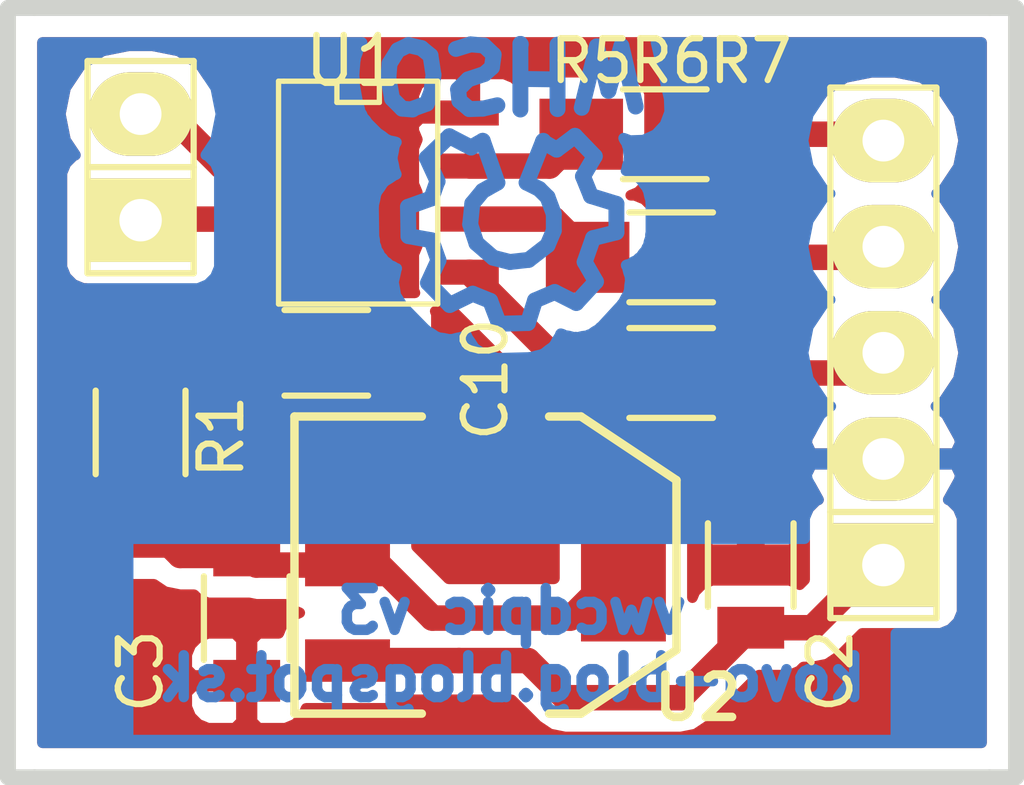
<source format=kicad_pcb>
(kicad_pcb (version 4) (host pcbnew "(2014-jul-16 BZR unknown)-product")

  (general
    (links 21)
    (no_connects 0)
    (area 90.614499 44.259499 115.125501 63.055501)
    (thickness 1.6002)
    (drawings 9)
    (tracks 45)
    (zones 0)
    (modules 12)
    (nets 13)
  )

  (page A4)
  (title_block
    (date "7 feb 2014")
  )

  (layers
    (0 Front signal)
    (31 Back signal)
    (32 B.Adhes user hide)
    (33 F.Adhes user hide)
    (34 B.Paste user hide)
    (35 F.Paste user hide)
    (36 B.SilkS user hide)
    (37 F.SilkS user hide)
    (38 B.Mask user hide)
    (39 F.Mask user hide)
    (40 Dwgs.User user)
    (41 Cmts.User user hide)
    (42 Eco1.User user hide)
    (43 Eco2.User user hide)
    (44 Edge.Cuts user)
  )

  (setup
    (last_trace_width 0.6096)
    (trace_clearance 0.254)
    (zone_clearance 0.508)
    (zone_45_only no)
    (trace_min 0.2032)
    (segment_width 0.381)
    (edge_width 0.381)
    (via_size 0.889)
    (via_drill 0.635)
    (via_min_size 0.889)
    (via_min_drill 0.508)
    (uvia_size 0.508)
    (uvia_drill 0.127)
    (uvias_allowed no)
    (uvia_min_size 0.508)
    (uvia_min_drill 0.127)
    (pcb_text_width 0.3048)
    (pcb_text_size 1.524 2.032)
    (mod_edge_width 0.381)
    (mod_text_size 1.524 1.524)
    (mod_text_width 0.3048)
    (pad_size 2 2.5)
    (pad_drill 1.016)
    (pad_to_mask_clearance 0.254)
    (aux_axis_origin 0 0)
    (visible_elements FFFFFF7F)
    (pcbplotparams
      (layerselection 0x00008_00000000)
      (usegerberextensions false)
      (excludeedgelayer false)
      (linewidth 0.150000)
      (plotframeref false)
      (viasonmask false)
      (mode 1)
      (useauxorigin false)
      (hpglpennumber 1)
      (hpglpenspeed 20)
      (hpglpendiameter 15)
      (hpglpenoverlay 0)
      (psnegative true)
      (psa4output false)
      (plotreference true)
      (plotvalue true)
      (plotinvisibletext false)
      (padsonsilk false)
      (subtractmaskfromsilk false)
      (outputformat 5)
      (mirror false)
      (drillshape 2)
      (scaleselection 1)
      (outputdirectory /home/nail/tmp/plot/))
  )

  (net 0 "")
  (net 1 +5V)
  (net 2 DataIn)
  (net 3 GND)
  (net 4 POWER_CTL)
  (net 5 "Net-(R5-Pad1)")
  (net 6 "Net-(R6-Pad1)")
  (net 7 "Net-(R7-Pad1)")
  (net 8 CLK)
  (net 9 DataOut)
  (net 10 "Net-(R1-Pad1)")
  (net 11 "Net-(P2-Pad1)")
  (net 12 "Net-(P2-Pad2)")

  (net_class Default "This is the default net class."
    (clearance 0.254)
    (trace_width 0.6096)
    (via_dia 0.889)
    (via_drill 0.635)
    (uvia_dia 0.508)
    (uvia_drill 0.127)
    (add_net +5V)
    (add_net CLK)
    (add_net DataIn)
    (add_net DataOut)
    (add_net GND)
    (add_net "Net-(P2-Pad1)")
    (add_net "Net-(P2-Pad2)")
    (add_net "Net-(R1-Pad1)")
    (add_net "Net-(R5-Pad1)")
    (add_net "Net-(R6-Pad1)")
    (add_net "Net-(R7-Pad1)")
    (add_net POWER_CTL)
  )

  (net_class GND ""
    (clearance 0.254)
    (trace_width 1.39192)
    (via_dia 0.889)
    (via_drill 0.635)
    (uvia_dia 0.508)
    (uvia_drill 0.127)
  )

  (module Symbols:Symbol_OSHW-Logo_CopperTop (layer Back) (tedit 542D5CCE) (tstamp 542D6FDF)
    (at 102.87 49.53)
    (descr "Symbol, OSHW-Logo, Copper Top,")
    (tags "Symbol, OSHW-Logo, Copper Top,")
    (fp_text reference SYM (at 0.09906 -4.38912) (layer B.SilkS) hide
      (effects (font (thickness 0.3048)) (justify mirror))
    )
    (fp_text value Symbol_OSHW-Logo_CopperTop_07Jul2012 (at 0.30988 6.56082) (layer B.SilkS) hide
      (effects (font (thickness 0.3048)) (justify mirror))
    )
    (fp_line (start 1.66878 -2.68986) (end 2.02946 -4.16052) (layer Back) (width 0.381))
    (fp_line (start 2.02946 -4.16052) (end 2.30886 -3.0988) (layer Back) (width 0.381))
    (fp_line (start 2.30886 -3.0988) (end 2.61874 -4.17068) (layer Back) (width 0.381))
    (fp_line (start 2.61874 -4.17068) (end 2.9591 -2.72034) (layer Back) (width 0.381))
    (fp_line (start 0.24892 -3.38074) (end 1.03886 -3.37058) (layer Back) (width 0.381))
    (fp_line (start 1.03886 -3.37058) (end 1.04902 -3.38074) (layer Back) (width 0.381))
    (fp_line (start 1.04902 -3.38074) (end 1.04902 -3.37058) (layer Back) (width 0.381))
    (fp_line (start 1.08966 -2.65938) (end 1.08966 -4.20116) (layer Back) (width 0.381))
    (fp_line (start 0.20066 -2.64922) (end 0.20066 -4.21894) (layer Back) (width 0.381))
    (fp_line (start 0.20066 -4.21894) (end 0.21082 -4.20878) (layer Back) (width 0.381))
    (fp_line (start -0.35052 -2.75082) (end -0.70104 -2.66954) (layer Back) (width 0.381))
    (fp_line (start -0.70104 -2.66954) (end -1.02108 -2.65938) (layer Back) (width 0.381))
    (fp_line (start -1.02108 -2.65938) (end -1.25984 -2.86004) (layer Back) (width 0.381))
    (fp_line (start -1.25984 -2.86004) (end -1.29032 -3.12928) (layer Back) (width 0.381))
    (fp_line (start -1.29032 -3.12928) (end -1.04902 -3.37058) (layer Back) (width 0.381))
    (fp_line (start -1.04902 -3.37058) (end -0.6604 -3.50012) (layer Back) (width 0.381))
    (fp_line (start -0.6604 -3.50012) (end -0.48006 -3.66014) (layer Back) (width 0.381))
    (fp_line (start -0.48006 -3.66014) (end -0.43942 -3.95986) (layer Back) (width 0.381))
    (fp_line (start -0.43942 -3.95986) (end -0.67056 -4.18084) (layer Back) (width 0.381))
    (fp_line (start -0.67056 -4.18084) (end -0.9906 -4.20878) (layer Back) (width 0.381))
    (fp_line (start -0.9906 -4.20878) (end -1.34112 -4.09956) (layer Back) (width 0.381))
    (fp_line (start -2.37998 -2.64922) (end -2.6289 -2.66954) (layer Back) (width 0.381))
    (fp_line (start -2.6289 -2.66954) (end -2.8702 -2.91084) (layer Back) (width 0.381))
    (fp_line (start -2.8702 -2.91084) (end -2.9591 -3.40106) (layer Back) (width 0.381))
    (fp_line (start -2.9591 -3.40106) (end -2.93116 -3.74904) (layer Back) (width 0.381))
    (fp_line (start -2.93116 -3.74904) (end -2.7305 -4.06908) (layer Back) (width 0.381))
    (fp_line (start -2.7305 -4.06908) (end -2.47904 -4.191) (layer Back) (width 0.381))
    (fp_line (start -2.47904 -4.191) (end -2.16916 -4.11988) (layer Back) (width 0.381))
    (fp_line (start -2.16916 -4.11988) (end -1.95072 -3.93954) (layer Back) (width 0.381))
    (fp_line (start -1.95072 -3.93954) (end -1.8796 -3.4798) (layer Back) (width 0.381))
    (fp_line (start -1.8796 -3.4798) (end -1.9304 -3.07086) (layer Back) (width 0.381))
    (fp_line (start -1.9304 -3.07086) (end -2.03962 -2.78892) (layer Back) (width 0.381))
    (fp_line (start -2.03962 -2.78892) (end -2.4003 -2.65938) (layer Back) (width 0.381))
    (fp_line (start -1.78054 -0.92964) (end -2.03962 -1.49098) (layer Back) (width 0.381))
    (fp_line (start -2.03962 -1.49098) (end -1.50114 -2.00914) (layer Back) (width 0.381))
    (fp_line (start -1.50114 -2.00914) (end -0.98044 -1.7399) (layer Back) (width 0.381))
    (fp_line (start -0.98044 -1.7399) (end -0.70104 -1.89992) (layer Back) (width 0.381))
    (fp_line (start 0.73914 -1.8796) (end 1.06934 -1.6891) (layer Back) (width 0.381))
    (fp_line (start 1.06934 -1.6891) (end 1.50876 -2.0193) (layer Back) (width 0.381))
    (fp_line (start 1.50876 -2.0193) (end 1.9812 -1.52908) (layer Back) (width 0.381))
    (fp_line (start 1.9812 -1.52908) (end 1.69926 -1.04902) (layer Back) (width 0.381))
    (fp_line (start 1.69926 -1.04902) (end 1.88976 -0.57912) (layer Back) (width 0.381))
    (fp_line (start 1.88976 -0.57912) (end 2.49936 -0.39116) (layer Back) (width 0.381))
    (fp_line (start 2.49936 -0.39116) (end 2.49936 0.28956) (layer Back) (width 0.381))
    (fp_line (start 2.49936 0.28956) (end 1.94056 0.42926) (layer Back) (width 0.381))
    (fp_line (start 1.94056 0.42926) (end 1.7399 1.00076) (layer Back) (width 0.381))
    (fp_line (start 1.7399 1.00076) (end 2.00914 1.47066) (layer Back) (width 0.381))
    (fp_line (start 2.00914 1.47066) (end 1.53924 1.9812) (layer Back) (width 0.381))
    (fp_line (start 1.53924 1.9812) (end 1.02108 1.71958) (layer Back) (width 0.381))
    (fp_line (start 1.02108 1.71958) (end 0.55118 1.92024) (layer Back) (width 0.381))
    (fp_line (start 0.55118 1.92024) (end 0.381 2.46126) (layer Back) (width 0.381))
    (fp_line (start 0.381 2.46126) (end -0.30988 2.47904) (layer Back) (width 0.381))
    (fp_line (start -0.30988 2.47904) (end -0.5207 1.9304) (layer Back) (width 0.381))
    (fp_line (start -0.5207 1.9304) (end -0.9398 1.76022) (layer Back) (width 0.381))
    (fp_line (start -0.9398 1.76022) (end -1.49098 2.02946) (layer Back) (width 0.381))
    (fp_line (start -1.49098 2.02946) (end -2.00914 1.50114) (layer Back) (width 0.381))
    (fp_line (start -2.00914 1.50114) (end -1.76022 0.96012) (layer Back) (width 0.381))
    (fp_line (start -1.76022 0.96012) (end -1.9304 0.48006) (layer Back) (width 0.381))
    (fp_line (start -1.9304 0.48006) (end -2.47904 0.381) (layer Back) (width 0.381))
    (fp_line (start -2.47904 0.381) (end -2.4892 -0.32004) (layer Back) (width 0.381))
    (fp_line (start -2.4892 -0.32004) (end -1.9304 -0.5207) (layer Back) (width 0.381))
    (fp_line (start -1.9304 -0.5207) (end -1.7907 -0.91948) (layer Back) (width 0.381))
    (fp_line (start 0.35052 -0.89916) (end 0.65024 -0.7493) (layer Back) (width 0.381))
    (fp_line (start 0.65024 -0.7493) (end 0.8509 -0.55118) (layer Back) (width 0.381))
    (fp_line (start 0.8509 -0.55118) (end 1.00076 -0.14986) (layer Back) (width 0.381))
    (fp_line (start 1.00076 -0.14986) (end 1.00076 0.24892) (layer Back) (width 0.381))
    (fp_line (start 1.00076 0.24892) (end 0.8509 0.59944) (layer Back) (width 0.381))
    (fp_line (start 0.8509 0.59944) (end 0.39878 0.94996) (layer Back) (width 0.381))
    (fp_line (start 0.39878 0.94996) (end -0.0508 1.00076) (layer Back) (width 0.381))
    (fp_line (start -0.0508 1.00076) (end -0.44958 0.89916) (layer Back) (width 0.381))
    (fp_line (start -0.44958 0.89916) (end -0.8509 0.55118) (layer Back) (width 0.381))
    (fp_line (start -0.8509 0.55118) (end -1.00076 0.09906) (layer Back) (width 0.381))
    (fp_line (start -1.00076 0.09906) (end -0.94996 -0.39878) (layer Back) (width 0.381))
    (fp_line (start -0.94996 -0.39878) (end -0.70104 -0.70104) (layer Back) (width 0.381))
    (fp_line (start -0.70104 -0.70104) (end -0.35052 -0.89916) (layer Back) (width 0.381))
    (fp_line (start -0.35052 -0.89916) (end -0.70104 -1.89992) (layer Back) (width 0.381))
    (fp_line (start 0.35052 -0.89916) (end 0.7493 -1.89992) (layer Back) (width 0.381))
  )

  (module Pin_Headers:Pin_Header_Straight_1x02 (layer Front) (tedit 542D5FAE) (tstamp 542D6FD4)
    (at 93.98 48.26 90)
    (descr "Through hole pin header")
    (tags "pin header")
    (path /542D83A2)
    (fp_text reference P2 (at 0 -2.286 90) (layer F.SilkS) hide
      (effects (font (size 1.27 1.27) (thickness 0.2032)))
    )
    (fp_text value CONN_01X02 (at 0 0 90) (layer F.SilkS) hide
      (effects (font (size 1.27 1.27) (thickness 0.2032)))
    )
    (fp_line (start 0 -1.27) (end 0 1.27) (layer F.SilkS) (width 0.15))
    (fp_line (start -2.54 -1.27) (end -2.54 1.27) (layer F.SilkS) (width 0.15))
    (fp_line (start -2.54 1.27) (end 0 1.27) (layer F.SilkS) (width 0.15))
    (fp_line (start 0 1.27) (end 2.54 1.27) (layer F.SilkS) (width 0.15))
    (fp_line (start 2.54 1.27) (end 2.54 -1.27) (layer F.SilkS) (width 0.15))
    (fp_line (start 2.54 -1.27) (end -2.54 -1.27) (layer F.SilkS) (width 0.15))
    (pad 1 thru_hole rect (at -1.27 0 90) (size 2 2.5) (drill 1.016) (layers *.Cu *.Mask F.SilkS)
      (net 11 "Net-(P2-Pad1)"))
    (pad 2 thru_hole oval (at 1.27 0 90) (size 2 2.5) (drill 1) (layers *.Cu *.Mask F.SilkS)
      (net 12 "Net-(P2-Pad2)"))
    (model Pin_Headers/Pin_Header_Straight_1x02.wrl
      (at (xyz 0 0 0))
      (scale (xyz 1 1 1))
      (rotate (xyz 0 0 0))
    )
  )

  (module Pin_Headers:Pin_Header_Straight_1x05 (layer Front) (tedit 542D5FA3) (tstamp 542D6FC5)
    (at 111.76 52.705 90)
    (descr "Through hole pin header")
    (tags "pin header")
    (path /542D55A4)
    (fp_text reference P1 (at 0 -2.286 90) (layer F.SilkS) hide
      (effects (font (size 1.27 1.27) (thickness 0.2032)))
    )
    (fp_text value CONN_01X05 (at 0 0 90) (layer F.SilkS) hide
      (effects (font (size 1.27 1.27) (thickness 0.2032)))
    )
    (fp_line (start -3.81 -1.27) (end 6.35 -1.27) (layer F.SilkS) (width 0.15))
    (fp_line (start 6.35 -1.27) (end 6.35 1.27) (layer F.SilkS) (width 0.15))
    (fp_line (start 6.35 1.27) (end -3.81 1.27) (layer F.SilkS) (width 0.15))
    (fp_line (start -6.35 -1.27) (end -3.81 -1.27) (layer F.SilkS) (width 0.15))
    (fp_line (start -3.81 -1.27) (end -3.81 1.27) (layer F.SilkS) (width 0.15))
    (fp_line (start -6.35 -1.27) (end -6.35 1.27) (layer F.SilkS) (width 0.15))
    (fp_line (start -6.35 1.27) (end -3.81 1.27) (layer F.SilkS) (width 0.15))
    (pad 1 thru_hole rect (at -5.08 0 90) (size 2 2.5) (drill 1.016) (layers *.Cu *.Mask F.SilkS)
      (net 4 POWER_CTL))
    (pad 2 thru_hole oval (at -2.54 0 90) (size 2 2.5) (drill 1) (layers *.Cu *.Mask F.SilkS)
      (net 3 GND))
    (pad 3 thru_hole oval (at 0 0 90) (size 2 2.5) (drill 1) (layers *.Cu *.Mask F.SilkS)
      (net 9 DataOut))
    (pad 4 thru_hole oval (at 2.54 0 90) (size 2 2.5) (drill 1) (layers *.Cu *.Mask F.SilkS)
      (net 2 DataIn))
    (pad 5 thru_hole oval (at 5.08 0 90) (size 2 2.5) (drill 1) (layers *.Cu *.Mask F.SilkS)
      (net 8 CLK))
    (model Pin_Headers/Pin_Header_Straight_1x05.wrl
      (at (xyz 0 0 0))
      (scale (xyz 1 1 1))
      (rotate (xyz 0 0 0))
    )
  )

  (module my_modules:SOT-223-REGULATOR (layer Front) (tedit 542D5B82) (tstamp 542D6FB6)
    (at 102.235 57.785 270)
    (descr "module CMS SOT223 4 pins")
    (tags "CMS SOT")
    (path /52D02F38)
    (attr smd)
    (fp_text reference U2 (at 3.175 -5.08 360) (layer F.SilkS)
      (effects (font (size 1.016 1.016) (thickness 0.2032)))
    )
    (fp_text value 78L05 (at 0 0.762 270) (layer F.SilkS) hide
      (effects (font (size 1.016 1.016) (thickness 0.2032)))
    )
    (fp_line (start -3.556 1.524) (end -3.556 4.572) (layer F.SilkS) (width 0.2032))
    (fp_line (start -3.556 4.572) (end 3.556 4.572) (layer F.SilkS) (width 0.2032))
    (fp_line (start 3.556 4.572) (end 3.556 1.524) (layer F.SilkS) (width 0.2032))
    (fp_line (start -3.556 -1.524) (end -3.556 -2.286) (layer F.SilkS) (width 0.2032))
    (fp_line (start -3.556 -2.286) (end -2.032 -4.572) (layer F.SilkS) (width 0.2032))
    (fp_line (start -2.032 -4.572) (end 2.032 -4.572) (layer F.SilkS) (width 0.2032))
    (fp_line (start 2.032 -4.572) (end 3.556 -2.286) (layer F.SilkS) (width 0.2032))
    (fp_line (start 3.556 -2.286) (end 3.556 -1.524) (layer F.SilkS) (width 0.2032))
    (pad VO smd rect (at 0 -3.302 270) (size 3.6576 2.032) (layers Front F.Paste F.Mask)
      (net 1 +5V))
    (pad VO smd rect (at 0 3.302 270) (size 1.016 2.032) (layers Front F.Paste F.Mask)
      (net 1 +5V))
    (pad VI smd rect (at 2.286 3.302 270) (size 1.016 2.032) (layers Front F.Paste F.Mask)
      (net 4 POWER_CTL))
    (pad GND smd rect (at -2.286 3.302 270) (size 1.016 2.032) (layers Front F.Paste F.Mask)
      (net 3 GND))
    (model smd/SOT223.wrl
      (at (xyz 0 0 0))
      (scale (xyz 0.4 0.4 0.4))
      (rotate (xyz 0 0 0))
    )
  )

  (module SMD_Packages:SOIC-8-W (layer Front) (tedit 542D5BA2) (tstamp 542D6FA3)
    (at 99.187 48.8696 270)
    (descr "module SMD SOIC SOJ 8 pins etroit")
    (tags "CMS SOJ")
    (path /52D02953)
    (attr smd)
    (fp_text reference U1 (at -3.1496 0.127 360) (layer F.SilkS)
      (effects (font (size 1.143 1.143) (thickness 0.1524)))
    )
    (fp_text value PIC12F629 (at 0 1.016 270) (layer F.SilkS) hide
      (effects (font (size 0.889 0.889) (thickness 0.1524)))
    )
    (fp_line (start -2.667 1.778) (end -2.667 1.905) (layer F.SilkS) (width 0.127))
    (fp_line (start -2.667 1.905) (end 2.667 1.905) (layer F.SilkS) (width 0.127))
    (fp_line (start 2.667 -1.905) (end -2.667 -1.905) (layer F.SilkS) (width 0.127))
    (fp_line (start -2.667 -1.905) (end -2.667 1.778) (layer F.SilkS) (width 0.127))
    (fp_line (start -2.667 -0.508) (end -2.159 -0.508) (layer F.SilkS) (width 0.127))
    (fp_line (start -2.159 -0.508) (end -2.159 0.508) (layer F.SilkS) (width 0.127))
    (fp_line (start -2.159 0.508) (end -2.667 0.508) (layer F.SilkS) (width 0.127))
    (fp_line (start 2.667 -1.905) (end 2.667 1.905) (layer F.SilkS) (width 0.127))
    (pad 8 smd rect (at -1.905 -2.667 270) (size 0.59944 1.39954) (layers Front F.Paste F.Mask)
      (net 3 GND))
    (pad 1 smd rect (at -1.905 2.667 270) (size 0.59944 1.39954) (layers Front F.Paste F.Mask)
      (net 1 +5V))
    (pad 7 smd rect (at -0.635 -2.667 270) (size 0.59944 1.39954) (layers Front F.Paste F.Mask)
      (net 5 "Net-(R5-Pad1)"))
    (pad 6 smd rect (at 0.635 -2.667 270) (size 0.59944 1.39954) (layers Front F.Paste F.Mask)
      (net 6 "Net-(R6-Pad1)"))
    (pad 5 smd rect (at 1.905 -2.667 270) (size 0.59944 1.39954) (layers Front F.Paste F.Mask)
      (net 7 "Net-(R7-Pad1)"))
    (pad 2 smd rect (at -0.635 2.667 270) (size 0.59944 1.39954) (layers Front F.Paste F.Mask)
      (net 12 "Net-(P2-Pad2)"))
    (pad 3 smd rect (at 0.635 2.667 270) (size 0.59944 1.39954) (layers Front F.Paste F.Mask)
      (net 11 "Net-(P2-Pad1)"))
    (pad 4 smd rect (at 1.905 2.667 270) (size 0.59944 1.39954) (layers Front F.Paste F.Mask)
      (net 10 "Net-(R1-Pad1)"))
    (model smd/cms_so8.wrl
      (at (xyz 0 0 0))
      (scale (xyz 0.5 0.32 0.5))
      (rotate (xyz 0 0 0))
    )
  )

  (module Resistors_SMD:R_1206_HandSoldering (layer Front) (tedit 542D5B9C) (tstamp 542D6F9C)
    (at 106.68 53.1876)
    (descr "Resistor SMD 1206, hand soldering, Vishay (see dcrcw.pdf)")
    (tags "resistor 1206")
    (path /52D02B05)
    (attr smd)
    (fp_text reference R7 (at 1.905 -7.4676) (layer F.SilkS)
      (effects (font (size 1 1) (thickness 0.15)))
    )
    (fp_text value 3k3 (at 0 2.3) (layer F.SilkS) hide
      (effects (font (size 1 1) (thickness 0.15)))
    )
    (fp_line (start 1 1.075) (end -1 1.075) (layer F.SilkS) (width 0.15))
    (fp_line (start -1 -1.075) (end 1 -1.075) (layer F.SilkS) (width 0.15))
    (pad 1 smd rect (at -2 0) (size 2 1.7) (layers Front F.Paste F.Mask)
      (net 7 "Net-(R7-Pad1)"))
    (pad 2 smd rect (at 2 0) (size 2 1.7) (layers Front F.Paste F.Mask)
      (net 9 DataOut))
    (model Resistors_SMD/R_1206.wrl
      (at (xyz 0 0 0))
      (scale (xyz 1 1 1))
      (rotate (xyz 0 0 0))
    )
  )

  (module Resistors_SMD:R_1206_HandSoldering (layer Front) (tedit 542D5B9A) (tstamp 542D6F95)
    (at 106.68 50.419)
    (descr "Resistor SMD 1206, hand soldering, Vishay (see dcrcw.pdf)")
    (tags "resistor 1206")
    (path /52D02ABB)
    (attr smd)
    (fp_text reference R6 (at 0 -4.699) (layer F.SilkS)
      (effects (font (size 1 1) (thickness 0.15)))
    )
    (fp_text value 3k3 (at 0 2.3) (layer F.SilkS) hide
      (effects (font (size 1 1) (thickness 0.15)))
    )
    (fp_line (start 1 1.075) (end -1 1.075) (layer F.SilkS) (width 0.15))
    (fp_line (start -1 -1.075) (end 1 -1.075) (layer F.SilkS) (width 0.15))
    (pad 1 smd rect (at -2 0) (size 2 1.7) (layers Front F.Paste F.Mask)
      (net 6 "Net-(R6-Pad1)"))
    (pad 2 smd rect (at 2 0) (size 2 1.7) (layers Front F.Paste F.Mask)
      (net 2 DataIn))
    (model Resistors_SMD/R_1206.wrl
      (at (xyz 0 0 0))
      (scale (xyz 1 1 1))
      (rotate (xyz 0 0 0))
    )
  )

  (module Resistors_SMD:R_1206_HandSoldering (layer Front) (tedit 542D5B98) (tstamp 542D6F8E)
    (at 106.5276 47.4726)
    (descr "Resistor SMD 1206, hand soldering, Vishay (see dcrcw.pdf)")
    (tags "resistor 1206")
    (path /52D02AC2)
    (attr smd)
    (fp_text reference R5 (at -1.7526 -1.7526) (layer F.SilkS)
      (effects (font (size 1 1) (thickness 0.15)))
    )
    (fp_text value 3k3 (at 0 2.3) (layer F.SilkS) hide
      (effects (font (size 1 1) (thickness 0.15)))
    )
    (fp_line (start 1 1.075) (end -1 1.075) (layer F.SilkS) (width 0.15))
    (fp_line (start -1 -1.075) (end 1 -1.075) (layer F.SilkS) (width 0.15))
    (pad 1 smd rect (at -2 0) (size 2 1.7) (layers Front F.Paste F.Mask)
      (net 5 "Net-(R5-Pad1)"))
    (pad 2 smd rect (at 2 0) (size 2 1.7) (layers Front F.Paste F.Mask)
      (net 8 CLK))
    (model Resistors_SMD/R_1206.wrl
      (at (xyz 0 0 0))
      (scale (xyz 1 1 1))
      (rotate (xyz 0 0 0))
    )
  )

  (module Resistors_SMD:R_1206_HandSoldering (layer Front) (tedit 542D5266) (tstamp 542D6F87)
    (at 93.98 54.61 270)
    (descr "Resistor SMD 1206, hand soldering, Vishay (see dcrcw.pdf)")
    (tags "resistor 1206")
    (path /52D03054)
    (attr smd)
    (fp_text reference R1 (at 0.1016 -1.9304 270) (layer F.SilkS)
      (effects (font (size 1 1) (thickness 0.15)))
    )
    (fp_text value 10k (at 0 2.3 270) (layer F.SilkS) hide
      (effects (font (size 1 1) (thickness 0.15)))
    )
    (fp_line (start 1 1.075) (end -1 1.075) (layer F.SilkS) (width 0.15))
    (fp_line (start -1 -1.075) (end 1 -1.075) (layer F.SilkS) (width 0.15))
    (pad 1 smd rect (at -2 0 270) (size 2 1.7) (layers Front F.Paste F.Mask)
      (net 10 "Net-(R1-Pad1)"))
    (pad 2 smd rect (at 2 0 270) (size 2 1.7) (layers Front F.Paste F.Mask)
      (net 1 +5V))
    (model Resistors_SMD/R_1206.wrl
      (at (xyz 0 0 0))
      (scale (xyz 1 1 1))
      (rotate (xyz 0 0 0))
    )
  )

  (module Capacitors_SMD:C_1206 (layer Front) (tedit 542D5B61) (tstamp 542D6F80)
    (at 98.425 52.705)
    (descr "Capacitor SMD 1206, reflow soldering, AVX (see smccp.pdf)")
    (tags "capacitor 1206")
    (path /52E79ABE)
    (attr smd)
    (fp_text reference C10 (at 3.81 0.635 90) (layer F.SilkS)
      (effects (font (size 1 1) (thickness 0.15)))
    )
    (fp_text value 100n (at 0 2.3) (layer F.SilkS) hide
      (effects (font (size 1 1) (thickness 0.15)))
    )
    (fp_line (start 1 -1.025) (end -1 -1.025) (layer F.SilkS) (width 0.15))
    (fp_line (start -1 1.025) (end 1 1.025) (layer F.SilkS) (width 0.15))
    (pad 1 smd rect (at -1.5 0) (size 1 1.6) (layers Front F.Paste F.Mask)
      (net 1 +5V))
    (pad 2 smd rect (at 1.5 0) (size 1 1.6) (layers Front F.Paste F.Mask)
      (net 3 GND))
    (model Capacitors_SMD/C_1206N.wrl
      (at (xyz 0 0 0))
      (scale (xyz 1 1 1))
      (rotate (xyz 0 0 0))
    )
  )

  (module Capacitors_SMD:C_1206 (layer Front) (tedit 542D5BAC) (tstamp 542D6F79)
    (at 96.52 59.055 270)
    (descr "Capacitor SMD 1206, reflow soldering, AVX (see smccp.pdf)")
    (tags "capacitor 1206")
    (path /52D02F45)
    (attr smd)
    (fp_text reference C3 (at 1.27 2.54 270) (layer F.SilkS)
      (effects (font (size 1 1) (thickness 0.15)))
    )
    (fp_text value 100n (at 0 2.3 270) (layer F.SilkS) hide
      (effects (font (size 1 1) (thickness 0.15)))
    )
    (fp_line (start 1 -1.025) (end -1 -1.025) (layer F.SilkS) (width 0.15))
    (fp_line (start -1 1.025) (end 1 1.025) (layer F.SilkS) (width 0.15))
    (pad 1 smd rect (at -1.5 0 270) (size 1 1.6) (layers Front F.Paste F.Mask)
      (net 1 +5V))
    (pad 2 smd rect (at 1.5 0 270) (size 1 1.6) (layers Front F.Paste F.Mask)
      (net 3 GND))
    (model Capacitors_SMD/C_1206N.wrl
      (at (xyz 0 0 0))
      (scale (xyz 1 1 1))
      (rotate (xyz 0 0 0))
    )
  )

  (module Capacitors_SMD:C_1206 (layer Front) (tedit 542D5B4C) (tstamp 542D6F72)
    (at 108.585 57.785 90)
    (descr "Capacitor SMD 1206, reflow soldering, AVX (see smccp.pdf)")
    (tags "capacitor 1206")
    (path /52D02F40)
    (attr smd)
    (fp_text reference C2 (at -2.54 1.905 90) (layer F.SilkS)
      (effects (font (size 1 1) (thickness 0.15)))
    )
    (fp_text value 100n (at 0 2.3 90) (layer F.SilkS) hide
      (effects (font (size 1 1) (thickness 0.15)))
    )
    (fp_line (start 1 -1.025) (end -1 -1.025) (layer F.SilkS) (width 0.15))
    (fp_line (start -1 1.025) (end 1 1.025) (layer F.SilkS) (width 0.15))
    (pad 1 smd rect (at -1.5 0 90) (size 1 1.6) (layers Front F.Paste F.Mask)
      (net 4 POWER_CTL))
    (pad 2 smd rect (at 1.5 0 90) (size 1 1.6) (layers Front F.Paste F.Mask)
      (net 3 GND))
    (model Capacitors_SMD/C_1206N.wrl
      (at (xyz 0 0 0))
      (scale (xyz 1 1 1))
      (rotate (xyz 0 0 0))
    )
  )

  (gr_line (start 114.3 44.45) (end 91.44 44.45) (angle 90) (layer Edge.Cuts) (width 0.381) (tstamp 542D7106))
  (gr_line (start 91.44 62.865) (end 114.3 62.865) (angle 90) (layer Edge.Cuts) (width 0.381) (tstamp 542D7105))
  (gr_text "vwcdpic v3\nkovo-blog.blogspot.sk" (at 102.87 59.69) (layer Back) (tstamp 542D7104)
    (effects (font (size 1 1) (thickness 0.25)) (justify mirror))
  )
  (gr_line (start 90.805 44.45) (end 91.44 44.45) (angle 90) (layer Edge.Cuts) (width 0.381) (tstamp 542D7103))
  (gr_line (start 90.805 44.45) (end 90.805 62.865) (angle 90) (layer Edge.Cuts) (width 0.381) (tstamp 542D7102))
  (gr_line (start 90.805 62.865) (end 91.44 62.865) (angle 90) (layer Edge.Cuts) (width 0.381) (tstamp 542D7101))
  (gr_line (start 114.3 62.865) (end 114.935 62.865) (angle 90) (layer Edge.Cuts) (width 0.381) (tstamp 542D7100))
  (gr_line (start 114.935 62.865) (end 114.935 44.45) (angle 90) (layer Edge.Cuts) (width 0.381) (tstamp 542D70FF))
  (gr_line (start 114.935 44.45) (end 114.3 44.45) (angle 90) (layer Edge.Cuts) (width 0.381) (tstamp 542D70FE))

  (segment (start 99.695 57.785) (end 100.965 59.055) (width 0.6096) (layer Front) (net 1) (tstamp 542D705C))
  (segment (start 100.965 59.055) (end 104.267 59.055) (width 0.6096) (layer Front) (net 1) (tstamp 542D705D))
  (segment (start 104.267 59.055) (end 105.537 57.785) (width 0.6096) (layer Front) (net 1) (tstamp 542D705E))
  (segment (start 96.52 57.555) (end 96.52 53.11) (width 0.6096) (layer Front) (net 1) (tstamp 542D705F))
  (segment (start 96.52 53.11) (end 96.925 52.705) (width 0.6096) (layer Front) (net 1) (tstamp 542D7060))
  (segment (start 96.925 52.705) (end 97.79 52.705) (width 0.6096) (layer Front) (net 1) (tstamp 542D7061))
  (segment (start 97.7646 46.9646) (end 96.52 46.9646) (width 0.6096) (layer Front) (net 1) (tstamp 542D7062))
  (segment (start 98.425 47.625) (end 97.7646 46.9646) (width 0.6096) (layer Front) (net 1) (tstamp 542D7063))
  (segment (start 98.425 52.07) (end 98.425 47.625) (width 0.6096) (layer Front) (net 1) (tstamp 542D7064))
  (segment (start 97.79 52.705) (end 98.425 52.07) (width 0.6096) (layer Front) (net 1) (tstamp 542D7065))
  (segment (start 98.933 57.785) (end 99.695 57.785) (width 0.6096) (layer Front) (net 1) (tstamp 542D7066))
  (segment (start 96.52 57.555) (end 94.925 57.555) (width 0.6096) (layer Front) (net 1) (tstamp 542D7067))
  (segment (start 94.925 57.555) (end 93.98 56.61) (width 0.6096) (layer Front) (net 1) (tstamp 542D7068))
  (segment (start 98.933 57.785) (end 96.75 57.785) (width 0.6096) (layer Front) (net 1) (tstamp 542D7069))
  (segment (start 96.75 57.785) (end 96.52 57.555) (width 0.6096) (layer Front) (net 1) (tstamp 542D706A))
  (segment (start 108.68 50.419) (end 111.3028 50.419) (width 0.6096) (layer Front) (net 2) (tstamp 542D7071))
  (segment (start 111.3028 50.419) (end 111.5568 50.165) (width 0.6096) (layer Front) (net 2) (tstamp 542D7072))
  (segment (start 101.6 60.071) (end 103.251 60.071) (width 0.6096) (layer Front) (net 4) (tstamp 542D708B))
  (segment (start 103.251 60.071) (end 104.14 60.96) (width 0.6096) (layer Front) (net 4) (tstamp 542D708C))
  (segment (start 98.933 60.071) (end 101.6 60.071) (width 0.6096) (layer Front) (net 4) (tstamp 542D708D))
  (segment (start 106.91 60.96) (end 108.585 59.285) (width 0.6096) (layer Front) (net 4) (tstamp 542D708E))
  (segment (start 104.14 60.96) (end 106.91 60.96) (width 0.6096) (layer Front) (net 4) (tstamp 542D708F))
  (segment (start 108.585 59.285) (end 110.0568 59.285) (width 0.6096) (layer Front) (net 4) (tstamp 542D7090))
  (segment (start 110.0568 59.285) (end 111.5568 57.785) (width 0.6096) (layer Front) (net 4) (tstamp 542D7091))
  (segment (start 111.5568 57.785) (end 111.252 57.785) (width 0.6096) (layer Front) (net 4) (tstamp 542D7092))
  (segment (start 101.854 48.2346) (end 103.7656 48.2346) (width 0.6096) (layer Front) (net 5) (tstamp 542D7099))
  (segment (start 103.7656 48.2346) (end 104.5276 47.4726) (width 0.6096) (layer Front) (net 5) (tstamp 542D709A))
  (segment (start 104.68 50.419) (end 104.68 50.324) (width 0.6096) (layer Front) (net 6) (tstamp 542D70A4))
  (segment (start 104.68 50.324) (end 103.8606 49.5046) (width 0.6096) (layer Front) (net 6) (tstamp 542D70A5))
  (segment (start 103.8606 49.5046) (end 101.854 49.5046) (width 0.6096) (layer Front) (net 6) (tstamp 542D70A6))
  (segment (start 104.68 53.1876) (end 104.267 53.1876) (width 0.6096) (layer Front) (net 7) (tstamp 542D70AD))
  (segment (start 104.267 53.1876) (end 101.854 50.7746) (width 0.6096) (layer Front) (net 7) (tstamp 542D70AE))
  (segment (start 108.5276 47.4726) (end 111.4044 47.4726) (width 0.6096) (layer Front) (net 8) (tstamp 542D70B5))
  (segment (start 111.4044 47.4726) (end 111.5568 47.625) (width 0.6096) (layer Front) (net 8) (tstamp 542D70B6))
  (segment (start 108.68 53.1876) (end 111.0742 53.1876) (width 0.6096) (layer Front) (net 9) (tstamp 542D70BD))
  (segment (start 111.0742 53.1876) (end 111.5568 52.705) (width 0.6096) (layer Front) (net 9) (tstamp 542D70BE))
  (segment (start 93.98 52.61) (end 93.98 52.07) (width 0.6096) (layer Front) (net 10) (tstamp 542D70CB))
  (segment (start 96.52 50.8) (end 96.52 50.7746) (width 0.6096) (layer Front) (net 10) (tstamp 542D70CC))
  (segment (start 94.71 52.61) (end 96.52 50.8) (width 0.6096) (layer Front) (net 10) (tstamp 542D70CD))
  (segment (start 93.98 52.61) (end 94.71 52.61) (width 0.6096) (layer Front) (net 10) (tstamp 542D70CE))
  (segment (start 94.0054 49.5046) (end 93.98 49.53) (width 0.6096) (layer Front) (net 11) (tstamp 542D70D5))
  (segment (start 96.52 49.5046) (end 94.0054 49.5046) (width 0.6096) (layer Front) (net 11) (tstamp 542D70D6))
  (segment (start 94.6658 46.99) (end 93.98 46.99) (width 0.6096) (layer Front) (net 12) (tstamp 542D70E0))
  (segment (start 95.9104 48.2346) (end 94.6658 46.99) (width 0.6096) (layer Front) (net 12) (tstamp 542D70E1))
  (segment (start 96.52 48.2346) (end 95.9104 48.2346) (width 0.6096) (layer Front) (net 12) (tstamp 542D70E2))

  (zone (net 3) (net_name GND) (layer Front) (tstamp 542D7107) (hatch edge 0.508)
    (connect_pads (clearance 0.508))
    (min_thickness 0.254)
    (fill yes (arc_segments 16) (thermal_gap 0.508) (thermal_bridge_width 0.508))
    (polygon
      (pts
        (xy 114.3 62.23) (xy 91.44 62.23) (xy 91.44 45.085) (xy 114.3 45.085)
      )
    )
    (filled_polygon
      (pts
        (xy 114.1095 62.0395) (xy 113.681929 62.0395) (xy 113.681929 52.705) (xy 113.557472 52.079313) (xy 113.203049 51.54888)
        (xy 113.032615 51.435) (xy 113.203049 51.32112) (xy 113.557472 50.790687) (xy 113.681929 50.165) (xy 113.557472 49.539313)
        (xy 113.203049 49.00888) (xy 113.032615 48.895) (xy 113.203049 48.78112) (xy 113.557472 48.250687) (xy 113.681929 47.625)
        (xy 113.557472 46.999313) (xy 113.203049 46.46888) (xy 112.672616 46.114457) (xy 112.046929 45.99) (xy 111.473071 45.99)
        (xy 110.847384 46.114457) (xy 110.316951 46.46888) (xy 110.274241 46.5328) (xy 110.1626 46.5328) (xy 110.1626 46.496291)
        (xy 110.065927 46.262902) (xy 109.887299 46.084273) (xy 109.65391 45.9876) (xy 109.401291 45.9876) (xy 107.401291 45.9876)
        (xy 107.167902 46.084273) (xy 106.989273 46.262901) (xy 106.8926 46.49629) (xy 106.8926 46.748909) (xy 106.8926 48.448909)
        (xy 106.989273 48.682298) (xy 107.167901 48.860927) (xy 107.40129 48.9576) (xy 107.496715 48.9576) (xy 107.320302 49.030673)
        (xy 107.141673 49.209301) (xy 107.045 49.44269) (xy 107.045 49.695309) (xy 107.045 51.395309) (xy 107.141673 51.628698)
        (xy 107.316274 51.8033) (xy 107.141673 51.977901) (xy 107.045 52.21129) (xy 107.045 52.463909) (xy 107.045 54.163909)
        (xy 107.141673 54.397298) (xy 107.320301 54.575927) (xy 107.55369 54.6726) (xy 107.806309 54.6726) (xy 109.806309 54.6726)
        (xy 110.035934 54.577485) (xy 109.944258 54.742604) (xy 109.919876 54.864566) (xy 110.039223 55.118) (xy 111.633 55.118)
        (xy 111.633 55.098) (xy 111.887 55.098) (xy 111.887 55.118) (xy 113.480777 55.118) (xy 113.600124 54.864566)
        (xy 113.575742 54.742604) (xy 113.264298 54.181663) (xy 113.017136 53.985342) (xy 113.203049 53.86112) (xy 113.557472 53.330687)
        (xy 113.681929 52.705) (xy 113.681929 62.0395) (xy 113.645 62.0395) (xy 113.645 58.91131) (xy 113.645 58.658691)
        (xy 113.645 56.658691) (xy 113.548327 56.425302) (xy 113.369699 56.246673) (xy 113.311841 56.222707) (xy 113.575742 55.747396)
        (xy 113.600124 55.625434) (xy 113.480777 55.372) (xy 111.887 55.372) (xy 111.887 55.392) (xy 111.633 55.392)
        (xy 111.633 55.372) (xy 110.039223 55.372) (xy 109.965816 55.527879) (xy 109.923327 55.425302) (xy 109.744699 55.246673)
        (xy 109.51131 55.15) (xy 109.258691 55.15) (xy 108.87075 55.15) (xy 108.712 55.30875) (xy 108.712 56.158)
        (xy 109.86125 56.158) (xy 110.02 55.99925) (xy 110.02 55.883814) (xy 110.208159 56.222707) (xy 110.150302 56.246673)
        (xy 109.971673 56.425301) (xy 109.943226 56.493976) (xy 109.86125 56.412) (xy 108.712 56.412) (xy 108.712 57.26125)
        (xy 108.87075 57.42) (xy 109.258691 57.42) (xy 109.51131 57.42) (xy 109.744699 57.323327) (xy 109.875 57.193025)
        (xy 109.875 58.137722) (xy 109.755373 58.257348) (xy 109.744699 58.246673) (xy 109.51131 58.15) (xy 109.258691 58.15)
        (xy 107.658691 58.15) (xy 107.425302 58.246673) (xy 107.246673 58.425301) (xy 107.188 58.566949) (xy 107.188 57.003049)
        (xy 107.246673 57.144698) (xy 107.425301 57.323327) (xy 107.65869 57.42) (xy 107.911309 57.42) (xy 108.29925 57.42)
        (xy 108.458 57.26125) (xy 108.458 56.412) (xy 108.438 56.412) (xy 108.438 56.158) (xy 108.458 56.158)
        (xy 108.458 55.30875) (xy 108.29925 55.15) (xy 107.911309 55.15) (xy 107.65869 55.15) (xy 107.425301 55.246673)
        (xy 107.246673 55.425302) (xy 107.15 55.658691) (xy 107.15 55.73815) (xy 107.091327 55.596502) (xy 106.912699 55.417873)
        (xy 106.67931 55.3212) (xy 106.426691 55.3212) (xy 106.315 55.3212) (xy 106.315 54.16391) (xy 106.315 53.911291)
        (xy 106.315 52.211291) (xy 106.218327 51.977902) (xy 106.043725 51.803299) (xy 106.218327 51.628699) (xy 106.315 51.39531)
        (xy 106.315 51.142691) (xy 106.315 49.442691) (xy 106.218327 49.209302) (xy 106.039699 49.030673) (xy 105.80631 48.934)
        (xy 105.710884 48.934) (xy 105.887298 48.860927) (xy 106.065927 48.682299) (xy 106.1626 48.44891) (xy 106.1626 48.196291)
        (xy 106.1626 46.496291) (xy 106.065927 46.262902) (xy 105.887299 46.084273) (xy 105.65391 45.9876) (xy 105.401291 45.9876)
        (xy 103.401291 45.9876) (xy 103.167902 46.084273) (xy 103.019544 46.232629) (xy 102.913469 46.126553) (xy 102.68008 46.02988)
        (xy 102.427461 46.02988) (xy 102.13975 46.02988) (xy 101.981 46.18863) (xy 101.981 46.8376) (xy 102.001 46.8376)
        (xy 102.001 47.0916) (xy 101.981 47.0916) (xy 101.981 47.1116) (xy 101.727 47.1116) (xy 101.727 47.0916)
        (xy 101.727 46.8376) (xy 101.727 46.18863) (xy 101.56825 46.02988) (xy 101.280539 46.02988) (xy 101.02792 46.02988)
        (xy 100.794531 46.126553) (xy 100.615903 46.305182) (xy 100.51923 46.538571) (xy 100.51923 46.67885) (xy 100.67798 46.8376)
        (xy 101.727 46.8376) (xy 101.727 47.0916) (xy 100.67798 47.0916) (xy 100.51923 47.25035) (xy 100.51923 47.390629)
        (xy 100.605788 47.599599) (xy 100.51923 47.80857) (xy 100.51923 48.061189) (xy 100.51923 48.660629) (xy 100.605788 48.869599)
        (xy 100.51923 49.07857) (xy 100.51923 49.331189) (xy 100.51923 49.930629) (xy 100.605788 50.139599) (xy 100.51923 50.34857)
        (xy 100.51923 50.601189) (xy 100.51923 51.200629) (xy 100.547964 51.27) (xy 100.21075 51.27) (xy 100.052 51.42875)
        (xy 100.052 52.578) (xy 100.90125 52.578) (xy 101.06 52.41925) (xy 101.06 52.031309) (xy 101.06 51.77869)
        (xy 101.031265 51.70932) (xy 101.280539 51.70932) (xy 101.459641 51.70932) (xy 103.045 53.294678) (xy 103.045 54.163909)
        (xy 103.141673 54.397298) (xy 103.320301 54.575927) (xy 103.55369 54.6726) (xy 103.806309 54.6726) (xy 105.806309 54.6726)
        (xy 106.039698 54.575927) (xy 106.218327 54.397299) (xy 106.315 54.16391) (xy 106.315 55.3212) (xy 104.394691 55.3212)
        (xy 104.161302 55.417873) (xy 103.982673 55.596501) (xy 103.886 55.82989) (xy 103.886 56.082509) (xy 103.886 58.106922)
        (xy 103.877722 58.1152) (xy 101.354278 58.1152) (xy 101.06 57.820922) (xy 101.06 53.63131) (xy 101.06 53.378691)
        (xy 101.06 52.99075) (xy 100.90125 52.832) (xy 100.052 52.832) (xy 100.052 53.98125) (xy 100.21075 54.14)
        (xy 100.551309 54.14) (xy 100.784698 54.043327) (xy 100.963327 53.864699) (xy 101.06 53.63131) (xy 101.06 57.820922)
        (xy 100.584 57.344922) (xy 100.584 57.150691) (xy 100.487327 56.917302) (xy 100.308699 56.738673) (xy 100.07531 56.642)
        (xy 100.308699 56.545327) (xy 100.487327 56.366698) (xy 100.584 56.133309) (xy 100.584 55.78475) (xy 100.584 55.21325)
        (xy 100.584 54.864691) (xy 100.487327 54.631302) (xy 100.308699 54.452673) (xy 100.07531 54.356) (xy 99.822691 54.356)
        (xy 99.21875 54.356) (xy 99.06 54.51475) (xy 99.06 55.372) (xy 100.42525 55.372) (xy 100.584 55.21325)
        (xy 100.584 55.78475) (xy 100.42525 55.626) (xy 99.06 55.626) (xy 99.06 55.646) (xy 98.806 55.646)
        (xy 98.806 55.626) (xy 98.786 55.626) (xy 98.786 55.372) (xy 98.806 55.372) (xy 98.806 54.51475)
        (xy 98.64725 54.356) (xy 98.043309 54.356) (xy 97.79069 54.356) (xy 97.557301 54.452673) (xy 97.4598 54.550174)
        (xy 97.4598 54.14) (xy 97.551309 54.14) (xy 97.784698 54.043327) (xy 97.963327 53.864699) (xy 98.06 53.63131)
        (xy 98.06 53.591093) (xy 98.149646 53.573262) (xy 98.454539 53.369539) (xy 98.79 53.034078) (xy 98.79 53.378691)
        (xy 98.79 53.63131) (xy 98.886673 53.864699) (xy 99.065302 54.043327) (xy 99.298691 54.14) (xy 99.63925 54.14)
        (xy 99.798 53.98125) (xy 99.798 52.832) (xy 99.778 52.832) (xy 99.778 52.578) (xy 99.798 52.578)
        (xy 99.798 51.42875) (xy 99.63925 51.27) (xy 99.3648 51.27) (xy 99.3648 47.625) (xy 99.293262 47.265354)
        (xy 99.089539 46.960461) (xy 98.429139 46.300061) (xy 98.124246 46.096338) (xy 97.7646 46.0248) (xy 96.52 46.0248)
        (xy 96.494461 46.02988) (xy 95.693921 46.02988) (xy 95.58434 46.075269) (xy 95.423049 45.83388) (xy 94.892616 45.479457)
        (xy 94.266929 45.355) (xy 93.693071 45.355) (xy 93.067384 45.479457) (xy 92.536951 45.83388) (xy 92.182528 46.364313)
        (xy 92.058071 46.99) (xy 92.182528 47.615687) (xy 92.419998 47.971087) (xy 92.370302 47.991673) (xy 92.191673 48.170301)
        (xy 92.095 48.40369) (xy 92.095 48.656309) (xy 92.095 50.656309) (xy 92.191673 50.889698) (xy 92.370301 51.068327)
        (xy 92.60369 51.165) (xy 92.676974 51.165) (xy 92.591673 51.250301) (xy 92.495 51.48369) (xy 92.495 51.736309)
        (xy 92.495 53.736309) (xy 92.591673 53.969698) (xy 92.770301 54.148327) (xy 93.00369 54.245) (xy 93.256309 54.245)
        (xy 94.956309 54.245) (xy 95.189698 54.148327) (xy 95.368327 53.969699) (xy 95.465 53.73631) (xy 95.465 53.483691)
        (xy 95.465 53.184078) (xy 95.59041 53.058667) (xy 95.5802 53.11) (xy 95.5802 56.425588) (xy 95.465 56.473305)
        (xy 95.465 55.483691) (xy 95.368327 55.250302) (xy 95.189699 55.071673) (xy 94.95631 54.975) (xy 94.703691 54.975)
        (xy 93.003691 54.975) (xy 92.770302 55.071673) (xy 92.591673 55.250301) (xy 92.495 55.48369) (xy 92.495 55.736309)
        (xy 92.495 57.736309) (xy 92.591673 57.969698) (xy 92.770301 58.148327) (xy 93.00369 58.245) (xy 93.256309 58.245)
        (xy 94.298566 58.245) (xy 94.565354 58.423262) (xy 94.925 58.4948) (xy 95.261774 58.4948) (xy 95.360301 58.593327)
        (xy 95.59369 58.69) (xy 95.846309 58.69) (xy 96.575048 58.69) (xy 96.75 58.7248) (xy 97.450774 58.7248)
        (xy 97.557301 58.831327) (xy 97.79069 58.928) (xy 97.557302 59.024673) (xy 97.378673 59.203301) (xy 97.288913 59.42)
        (xy 97.193691 59.42) (xy 96.80575 59.42) (xy 96.647 59.57875) (xy 96.647 60.428) (xy 96.667 60.428)
        (xy 96.667 60.682) (xy 96.647 60.682) (xy 96.647 61.53125) (xy 96.80575 61.69) (xy 97.193691 61.69)
        (xy 97.44631 61.69) (xy 97.679699 61.593327) (xy 97.858327 61.414698) (xy 97.941458 61.214) (xy 98.043309 61.214)
        (xy 100.075309 61.214) (xy 100.308698 61.117327) (xy 100.415225 61.0108) (xy 101.6 61.0108) (xy 102.861722 61.0108)
        (xy 103.475461 61.624539) (xy 103.780354 61.828262) (xy 104.14 61.8998) (xy 106.91 61.8998) (xy 107.269646 61.828262)
        (xy 107.574539 61.624539) (xy 108.779078 60.42) (xy 109.511309 60.42) (xy 109.744698 60.323327) (xy 109.843225 60.2248)
        (xy 110.0568 60.2248) (xy 110.416446 60.153262) (xy 110.721339 59.949539) (xy 111.250878 59.42) (xy 113.136309 59.42)
        (xy 113.369698 59.323327) (xy 113.548327 59.144699) (xy 113.645 58.91131) (xy 113.645 62.0395) (xy 96.393 62.0395)
        (xy 96.393 61.53125) (xy 96.393 60.682) (xy 96.393 60.428) (xy 96.393 59.57875) (xy 96.23425 59.42)
        (xy 95.846309 59.42) (xy 95.59369 59.42) (xy 95.360301 59.516673) (xy 95.181673 59.695302) (xy 95.085 59.928691)
        (xy 95.085 60.26925) (xy 95.24375 60.428) (xy 96.393 60.428) (xy 96.393 60.682) (xy 95.24375 60.682)
        (xy 95.085 60.84075) (xy 95.085 61.181309) (xy 95.181673 61.414698) (xy 95.360301 61.593327) (xy 95.59369 61.69)
        (xy 95.846309 61.69) (xy 96.23425 61.69) (xy 96.393 61.53125) (xy 96.393 62.0395) (xy 91.6305 62.0395)
        (xy 91.6305 45.2755) (xy 114.1095 45.2755) (xy 114.1095 62.0395)
      )
    )
  )
  (zone (net 3) (net_name GND) (layer Back) (tstamp 542D7108) (hatch edge 0.508)
    (connect_pads (clearance 0.508))
    (min_thickness 0.254)
    (fill yes (arc_segments 16) (thermal_gap 0.508) (thermal_bridge_width 0.508))
    (polygon
      (pts
        (xy 114.3 62.23) (xy 91.44 62.23) (xy 91.44 45.085) (xy 114.3 45.085)
      )
    )
    (filled_polygon
      (pts
        (xy 114.1095 62.0395) (xy 113.681929 62.0395) (xy 113.681929 52.705) (xy 113.557472 52.079313) (xy 113.203049 51.54888)
        (xy 113.032615 51.435) (xy 113.203049 51.32112) (xy 113.557472 50.790687) (xy 113.681929 50.165) (xy 113.557472 49.539313)
        (xy 113.203049 49.00888) (xy 113.032615 48.895) (xy 113.203049 48.78112) (xy 113.557472 48.250687) (xy 113.681929 47.625)
        (xy 113.557472 46.999313) (xy 113.203049 46.46888) (xy 112.672616 46.114457) (xy 112.046929 45.99) (xy 111.473071 45.99)
        (xy 110.847384 46.114457) (xy 110.316951 46.46888) (xy 109.962528 46.999313) (xy 109.838071 47.625) (xy 109.962528 48.250687)
        (xy 110.316951 48.78112) (xy 110.487384 48.895) (xy 110.316951 49.00888) (xy 109.962528 49.539313) (xy 109.838071 50.165)
        (xy 109.962528 50.790687) (xy 110.316951 51.32112) (xy 110.487384 51.435) (xy 110.316951 51.54888) (xy 109.962528 52.079313)
        (xy 109.838071 52.705) (xy 109.962528 53.330687) (xy 110.316951 53.86112) (xy 110.502863 53.985342) (xy 110.255702 54.181663)
        (xy 109.944258 54.742604) (xy 109.919876 54.864566) (xy 110.039223 55.118) (xy 111.633 55.118) (xy 111.633 55.098)
        (xy 111.887 55.098) (xy 111.887 55.118) (xy 113.480777 55.118) (xy 113.600124 54.864566) (xy 113.575742 54.742604)
        (xy 113.264298 54.181663) (xy 113.017136 53.985342) (xy 113.203049 53.86112) (xy 113.557472 53.330687) (xy 113.681929 52.705)
        (xy 113.681929 62.0395) (xy 113.645 62.0395) (xy 113.645 58.91131) (xy 113.645 58.658691) (xy 113.645 56.658691)
        (xy 113.548327 56.425302) (xy 113.369699 56.246673) (xy 113.311841 56.222707) (xy 113.575742 55.747396) (xy 113.600124 55.625434)
        (xy 113.480777 55.372) (xy 111.887 55.372) (xy 111.887 55.392) (xy 111.633 55.392) (xy 111.633 55.372)
        (xy 110.039223 55.372) (xy 109.919876 55.625434) (xy 109.944258 55.747396) (xy 110.208159 56.222707) (xy 110.150302 56.246673)
        (xy 109.971673 56.425301) (xy 109.875 56.65869) (xy 109.875 56.911309) (xy 109.875 57.155) (xy 95.901929 57.155)
        (xy 95.901929 46.99) (xy 95.777472 46.364313) (xy 95.423049 45.83388) (xy 94.892616 45.479457) (xy 94.266929 45.355)
        (xy 93.693071 45.355) (xy 93.067384 45.479457) (xy 92.536951 45.83388) (xy 92.182528 46.364313) (xy 92.058071 46.99)
        (xy 92.182528 47.615687) (xy 92.419998 47.971087) (xy 92.370302 47.991673) (xy 92.191673 48.170301) (xy 92.095 48.40369)
        (xy 92.095 48.656309) (xy 92.095 50.656309) (xy 92.191673 50.889698) (xy 92.370301 51.068327) (xy 92.60369 51.165)
        (xy 92.856309 51.165) (xy 95.356309 51.165) (xy 95.589698 51.068327) (xy 95.768327 50.889699) (xy 95.865 50.65631)
        (xy 95.865 50.403691) (xy 95.865 48.403691) (xy 95.768327 48.170302) (xy 95.589699 47.991673) (xy 95.540001 47.971087)
        (xy 95.777472 47.615687) (xy 95.901929 46.99) (xy 95.901929 57.155) (xy 93.681428 57.155) (xy 93.681428 61.975)
        (xy 112.058573 61.975) (xy 112.058573 59.42) (xy 113.136309 59.42) (xy 113.369698 59.323327) (xy 113.548327 59.144699)
        (xy 113.645 58.91131) (xy 113.645 62.0395) (xy 91.6305 62.0395) (xy 91.6305 45.2755) (xy 99.281417 45.2755)
        (xy 99.239442 45.342448) (xy 99.226491 45.376473) (xy 99.203907 45.405029) (xy 99.169589 45.525978) (xy 99.124869 45.643476)
        (xy 99.125925 45.679867) (xy 99.115988 45.714891) (xy 99.088048 46.062872) (xy 99.100462 46.169203) (xy 99.098648 46.27624)
        (xy 99.187548 46.76646) (xy 99.219924 46.848531) (xy 99.237137 46.935066) (xy 99.278455 46.996902) (xy 99.305746 47.066083)
        (xy 99.367066 47.129518) (xy 99.416083 47.202877) (xy 99.657384 47.444177) (xy 99.763856 47.51532) (xy 99.864191 47.594892)
        (xy 99.896907 47.604221) (xy 99.925195 47.623123) (xy 100.050796 47.648106) (xy 100.105191 47.663618) (xy 100.073932 47.708509)
        (xy 100.068655 47.732602) (xy 100.055777 47.75364) (xy 100.034376 47.889145) (xy 100.005032 48.023148) (xy 100.009377 48.047427)
        (xy 100.00553 48.071791) (xy 100.037612 48.205163) (xy 100.061784 48.340203) (xy 100.075091 48.360972) (xy 100.08086 48.384953)
        (xy 100.102874 48.432651) (xy 100.101812 48.433033) (xy 100.079422 48.446487) (xy 100.053876 48.451955) (xy 99.942097 48.529009)
        (xy 99.825732 48.598936) (xy 99.810193 48.619936) (xy 99.788686 48.634763) (xy 99.714905 48.748724) (xy 99.634155 48.857863)
        (xy 99.627836 48.88321) (xy 99.613639 48.90514) (xy 99.589087 49.038657) (xy 99.556248 49.170394) (xy 99.560111 49.196233)
        (xy 99.555387 49.221923) (xy 99.565547 49.922963) (xy 99.582838 50.003754) (xy 99.584302 50.086366) (xy 99.616215 50.159709)
        (xy 99.632955 50.237924) (xy 99.679848 50.30595) (xy 99.712815 50.381713) (xy 99.770366 50.437259) (xy 99.815763 50.503115)
        (xy 99.885121 50.548018) (xy 99.94457 50.605397) (xy 100.018997 50.634691) (xy 100.08614 50.678161) (xy 100.112362 50.682983)
        (xy 100.110928 50.686101) (xy 100.108114 50.697857) (xy 100.1013 50.707845) (xy 100.070731 50.854087) (xy 100.035972 50.999352)
        (xy 100.037872 51.01129) (xy 100.035398 51.023126) (xy 100.06312 51.16993) (xy 100.086598 51.317443) (xy 100.092922 51.327746)
        (xy 100.095166 51.339627) (xy 100.17695 51.464635) (xy 100.255099 51.591947) (xy 100.264886 51.599046) (xy 100.271504 51.609162)
        (xy 100.789664 52.137482) (xy 100.814318 52.154304) (xy 100.8324 52.178053) (xy 100.946581 52.244549) (xy 101.055725 52.31902)
        (xy 101.084941 52.325126) (xy 101.110734 52.340148) (xy 101.241665 52.357886) (xy 101.371006 52.384922) (xy 101.400337 52.379383)
        (xy 101.429913 52.38339) (xy 101.557662 52.349673) (xy 101.687507 52.325154) (xy 101.712485 52.308812) (xy 101.741343 52.301196)
        (xy 101.780656 52.281991) (xy 101.789551 52.305138) (xy 101.80108 52.323397) (xy 101.805837 52.344461) (xy 101.886683 52.458965)
        (xy 101.961519 52.577483) (xy 101.979157 52.589939) (xy 101.991613 52.607581) (xy 102.11013 52.682434) (xy 102.224619 52.763288)
        (xy 102.245681 52.768046) (xy 102.26394 52.779578) (xy 102.402075 52.803377) (xy 102.538796 52.834265) (xy 102.560077 52.8306)
        (xy 102.581357 52.834267) (xy 103.272238 52.816487) (xy 103.297628 52.810753) (xy 103.323504 52.81357) (xy 103.453902 52.775466)
        (xy 103.586422 52.745543) (xy 103.607685 52.730529) (xy 103.63267 52.723229) (xy 103.738561 52.638124) (xy 103.849541 52.559767)
        (xy 103.86344 52.537759) (xy 103.88373 52.521453) (xy 103.94899 52.402306) (xy 104.021538 52.28744) (xy 104.025958 52.261785)
        (xy 104.034261 52.246626) (xy 104.037178 52.248099) (xy 104.083838 52.261073) (xy 104.125191 52.286292) (xy 104.237749 52.30387)
        (xy 104.347499 52.334388) (xy 104.395574 52.328518) (xy 104.443428 52.335992) (xy 104.55414 52.309159) (xy 104.667219 52.295354)
        (xy 104.709389 52.271532) (xy 104.75646 52.260125) (xy 104.848476 52.192967) (xy 104.947665 52.136939) (xy 104.977509 52.098793)
        (xy 105.016631 52.070241) (xy 105.486531 51.559701) (xy 105.505266 51.528979) (xy 105.532397 51.505344) (xy 105.588556 51.392402)
        (xy 105.654232 51.284709) (xy 105.659784 51.249155) (xy 105.675805 51.216937) (xy 105.684468 51.091099) (xy 105.703932 50.966472)
        (xy 105.695456 50.931501) (xy 105.697928 50.895603) (xy 105.657774 50.776024) (xy 105.628065 50.65344) (xy 105.606852 50.624375)
        (xy 105.6006 50.605755) (xy 105.625068 50.594196) (xy 105.685265 50.582223) (xy 105.769356 50.526034) (xy 105.860806 50.482834)
        (xy 105.902045 50.437375) (xy 105.953077 50.403277) (xy 106.009266 50.319183) (xy 106.077221 50.244276) (xy 106.097924 50.186497)
        (xy 106.132023 50.135465) (xy 106.151753 50.036271) (xy 106.18587 49.94106) (xy 106.182886 49.879755) (xy 106.19486 49.81956)
        (xy 106.19486 49.13884) (xy 106.187239 49.100527) (xy 106.191245 49.061674) (xy 106.156043 48.943696) (xy 106.132023 48.822935)
        (xy 106.11032 48.790455) (xy 106.099153 48.753026) (xy 106.021481 48.657498) (xy 105.953077 48.555123) (xy 105.920598 48.533421)
        (xy 105.895956 48.503114) (xy 105.78764 48.444582) (xy 105.685265 48.376177) (xy 105.646951 48.368556) (xy 105.612589 48.349987)
        (xy 105.597774 48.345419) (xy 105.607899 48.330856) (xy 105.631873 48.220972) (xy 105.668815 48.114748) (xy 105.665921 48.064925)
        (xy 105.67656 48.016164) (xy 105.656659 47.90547) (xy 105.650138 47.793196) (xy 105.628398 47.748273) (xy 105.619567 47.699152)
        (xy 105.558821 47.604502) (xy 105.540197 47.566017) (xy 105.695795 47.624326) (xy 106.017701 47.613327) (xy 106.310895 47.479977)
        (xy 106.53074 47.244577) (xy 106.643766 46.942965) (xy 106.632767 46.621059) (xy 106.316995 45.2755) (xy 114.1095 45.2755)
        (xy 114.1095 62.0395)
      )
    )
  )
)

</source>
